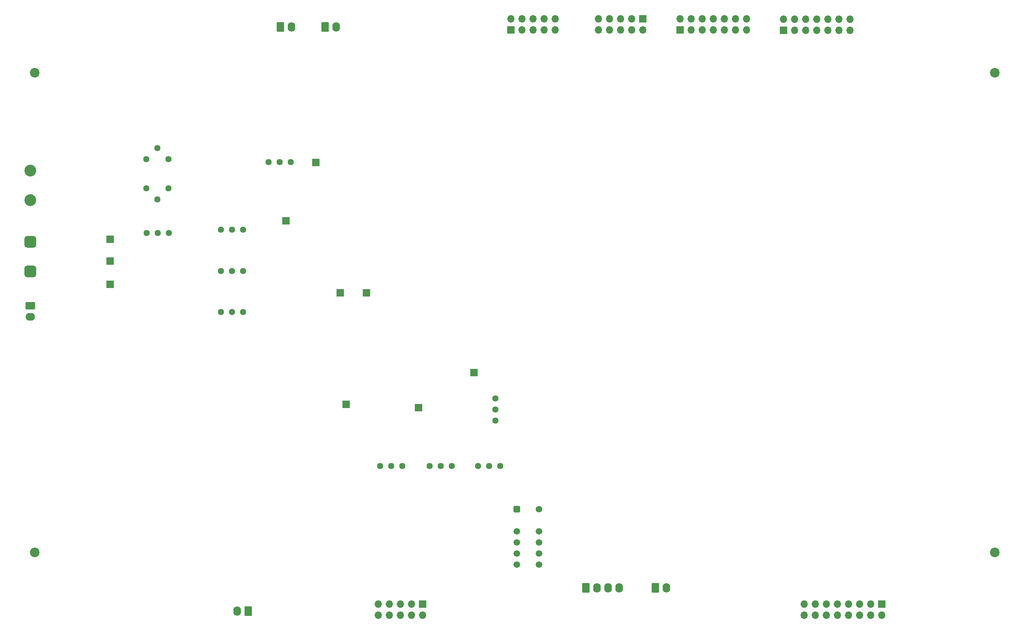
<source format=gbr>
%TF.GenerationSoftware,KiCad,Pcbnew,8.0.8*%
%TF.CreationDate,2025-03-14T14:35:35+00:00*%
%TF.ProjectId,Beehive_Monitor_main_PCB,42656568-6976-4655-9f4d-6f6e69746f72,rev?*%
%TF.SameCoordinates,Original*%
%TF.FileFunction,Soldermask,Bot*%
%TF.FilePolarity,Negative*%
%FSLAX46Y46*%
G04 Gerber Fmt 4.6, Leading zero omitted, Abs format (unit mm)*
G04 Created by KiCad (PCBNEW 8.0.8) date 2025-03-14 14:35:35*
%MOMM*%
%LPD*%
G01*
G04 APERTURE LIST*
G04 Aperture macros list*
%AMRoundRect*
0 Rectangle with rounded corners*
0 $1 Rounding radius*
0 $2 $3 $4 $5 $6 $7 $8 $9 X,Y pos of 4 corners*
0 Add a 4 corners polygon primitive as box body*
4,1,4,$2,$3,$4,$5,$6,$7,$8,$9,$2,$3,0*
0 Add four circle primitives for the rounded corners*
1,1,$1+$1,$2,$3*
1,1,$1+$1,$4,$5*
1,1,$1+$1,$6,$7*
1,1,$1+$1,$8,$9*
0 Add four rect primitives between the rounded corners*
20,1,$1+$1,$2,$3,$4,$5,0*
20,1,$1+$1,$4,$5,$6,$7,0*
20,1,$1+$1,$6,$7,$8,$9,0*
20,1,$1+$1,$8,$9,$2,$3,0*%
G04 Aperture macros list end*
%ADD10RoundRect,0.250000X-0.620000X-0.845000X0.620000X-0.845000X0.620000X0.845000X-0.620000X0.845000X0*%
%ADD11O,1.740000X2.190000*%
%ADD12C,1.440000*%
%ADD13R,1.700000X1.700000*%
%ADD14RoundRect,0.250500X-0.499500X-0.499500X0.499500X-0.499500X0.499500X0.499500X-0.499500X0.499500X0*%
%ADD15C,1.500000*%
%ADD16O,1.700000X1.700000*%
%ADD17RoundRect,0.675000X0.675000X-0.675000X0.675000X0.675000X-0.675000X0.675000X-0.675000X-0.675000X0*%
%ADD18C,2.700000*%
%ADD19C,2.200000*%
%ADD20RoundRect,0.250000X-0.845000X0.620000X-0.845000X-0.620000X0.845000X-0.620000X0.845000X0.620000X0*%
%ADD21O,2.190000X1.740000*%
%ADD22RoundRect,0.250000X0.620000X0.845000X-0.620000X0.845000X-0.620000X-0.845000X0.620000X-0.845000X0*%
G04 APERTURE END LIST*
D10*
%TO.C,PI_PWR1*%
X118300000Y-59770000D03*
D11*
X120840000Y-59770000D03*
%TD*%
D12*
%TO.C,RV7*%
X120665000Y-90760000D03*
X118125000Y-90760000D03*
X115585000Y-90760000D03*
%TD*%
D13*
%TO.C,TP_4*%
X119620000Y-104200000D03*
%TD*%
%TO.C,TP_2*%
X79300000Y-108480000D03*
%TD*%
D14*
%TO.C,K2*%
X172530000Y-170365000D03*
D15*
X172530000Y-175445000D03*
X172530000Y-177985000D03*
X172530000Y-180525000D03*
X172530000Y-183065000D03*
X177610000Y-183065000D03*
X177610000Y-180525000D03*
X177610000Y-177985000D03*
X177610000Y-175445000D03*
X177610000Y-170365000D03*
%TD*%
D12*
%TO.C,RV5*%
X109730000Y-125130000D03*
X107190000Y-125130000D03*
X104650000Y-125130000D03*
%TD*%
D13*
%TO.C,TC_1_2*%
X209900000Y-60495000D03*
D16*
X209900000Y-57955000D03*
X212440000Y-60495000D03*
X212440000Y-57955000D03*
X214980000Y-60495000D03*
X214980000Y-57955000D03*
X217520000Y-60495000D03*
X217520000Y-57955000D03*
X220060000Y-60495000D03*
X220060000Y-57955000D03*
X222600000Y-60495000D03*
X222600000Y-57955000D03*
X225140000Y-60495000D03*
X225140000Y-57955000D03*
%TD*%
D12*
%TO.C,RV11*%
X168710000Y-160487500D03*
X166170000Y-160487500D03*
X163630000Y-160487500D03*
%TD*%
D13*
%TO.C,LEDs1*%
X150890000Y-192125000D03*
D16*
X150890000Y-194665000D03*
X148350000Y-192125000D03*
X148350000Y-194665000D03*
X145810000Y-192125000D03*
X145810000Y-194665000D03*
X143270000Y-192125000D03*
X143270000Y-194665000D03*
X140730000Y-192125000D03*
X140730000Y-194665000D03*
%TD*%
D10*
%TO.C,mic_1_LDR1*%
X188360000Y-188360000D03*
D11*
X190900000Y-188360000D03*
X193440000Y-188360000D03*
X195980000Y-188360000D03*
%TD*%
D10*
%TO.C,mic_2*%
X204230000Y-188360000D03*
D11*
X206770000Y-188360000D03*
%TD*%
D12*
%TO.C,RV6*%
X109730000Y-106250000D03*
X107190000Y-106250000D03*
X104650000Y-106250000D03*
%TD*%
D17*
%TO.C,F1*%
X61000000Y-115825000D03*
X61000000Y-109065000D03*
D18*
X61000000Y-99475000D03*
X61000000Y-92715000D03*
%TD*%
D12*
%TO.C,RV8*%
X167585000Y-150077500D03*
X167585000Y-147537500D03*
X167585000Y-144997500D03*
%TD*%
D19*
%TO.C,H2*%
X62020000Y-70330000D03*
%TD*%
D13*
%TO.C,PI_IN1*%
X171195000Y-60495000D03*
D16*
X171195000Y-57955000D03*
X173735000Y-60495000D03*
X173735000Y-57955000D03*
X176275000Y-60495000D03*
X176275000Y-57955000D03*
X178815000Y-60495000D03*
X178815000Y-57955000D03*
X181355000Y-60495000D03*
X181355000Y-57955000D03*
%TD*%
D20*
%TO.C,12_V_PWR2*%
X60975000Y-123680000D03*
D21*
X60975000Y-126220000D03*
%TD*%
D19*
%TO.C,H1*%
X282070000Y-70310000D03*
%TD*%
D13*
%TO.C,TP_9*%
X162700000Y-139060000D03*
%TD*%
%TO.C,TP_5*%
X132070000Y-120770000D03*
%TD*%
%TO.C,TP_1*%
X79290000Y-113510000D03*
%TD*%
D12*
%TO.C,RV9*%
X157575000Y-160487500D03*
X155035000Y-160487500D03*
X152495000Y-160487500D03*
%TD*%
D22*
%TO.C,3.3_V_PWR1*%
X110970000Y-193710000D03*
D11*
X108430000Y-193710000D03*
%TD*%
D19*
%TO.C,H3*%
X62020000Y-180290000D03*
%TD*%
D13*
%TO.C,TP_10*%
X133380000Y-146310000D03*
%TD*%
D12*
%TO.C,RV10*%
X141225000Y-160487500D03*
X143765000Y-160487500D03*
X146305000Y-160487500D03*
%TD*%
%TO.C,RV4*%
X109730000Y-115770000D03*
X107190000Y-115770000D03*
X104650000Y-115770000D03*
%TD*%
%TO.C,RV2*%
X92710000Y-96770000D03*
X90170000Y-99310000D03*
X87630000Y-96770000D03*
%TD*%
%TO.C,RV1*%
X87610000Y-90090000D03*
X90150000Y-87550000D03*
X92690000Y-90090000D03*
%TD*%
D13*
%TO.C,TP_6*%
X138040000Y-120770000D03*
%TD*%
D12*
%TO.C,RV3*%
X92740000Y-107000000D03*
X90200000Y-107000000D03*
X87660000Y-107000000D03*
%TD*%
D13*
%TO.C,TP_3*%
X79260000Y-118820000D03*
%TD*%
%TO.C,TP_8*%
X126475000Y-90900000D03*
%TD*%
D10*
%TO.C,5_V_PWR1*%
X128580000Y-59770000D03*
D11*
X131120000Y-59770000D03*
%TD*%
D13*
%TO.C,Accelerometer1*%
X201395000Y-57945000D03*
D16*
X201395000Y-60485000D03*
X198855000Y-57945000D03*
X198855000Y-60485000D03*
X196315000Y-57945000D03*
X196315000Y-60485000D03*
X193775000Y-57945000D03*
X193775000Y-60485000D03*
X191235000Y-57945000D03*
X191235000Y-60485000D03*
%TD*%
D13*
%TO.C,TP_7*%
X150025000Y-147117500D03*
%TD*%
%TO.C,TC_3_4*%
X233660000Y-60510000D03*
D16*
X233660000Y-57970000D03*
X236200000Y-60510000D03*
X236200000Y-57970000D03*
X238740000Y-60510000D03*
X238740000Y-57970000D03*
X241280000Y-60510000D03*
X241280000Y-57970000D03*
X243820000Y-60510000D03*
X243820000Y-57970000D03*
X246360000Y-60510000D03*
X246360000Y-57970000D03*
X248900000Y-60510000D03*
X248900000Y-57970000D03*
%TD*%
D19*
%TO.C,H4*%
X282070000Y-180280000D03*
%TD*%
D13*
%TO.C,LCD_BTNs1*%
X256120000Y-192130000D03*
D16*
X256120000Y-194670000D03*
X253580000Y-192130000D03*
X253580000Y-194670000D03*
X251040000Y-192130000D03*
X251040000Y-194670000D03*
X248500000Y-192130000D03*
X248500000Y-194670000D03*
X245960000Y-192130000D03*
X245960000Y-194670000D03*
X243420000Y-192130000D03*
X243420000Y-194670000D03*
X240880000Y-192130000D03*
X240880000Y-194670000D03*
X238340000Y-192130000D03*
X238340000Y-194670000D03*
%TD*%
M02*

</source>
